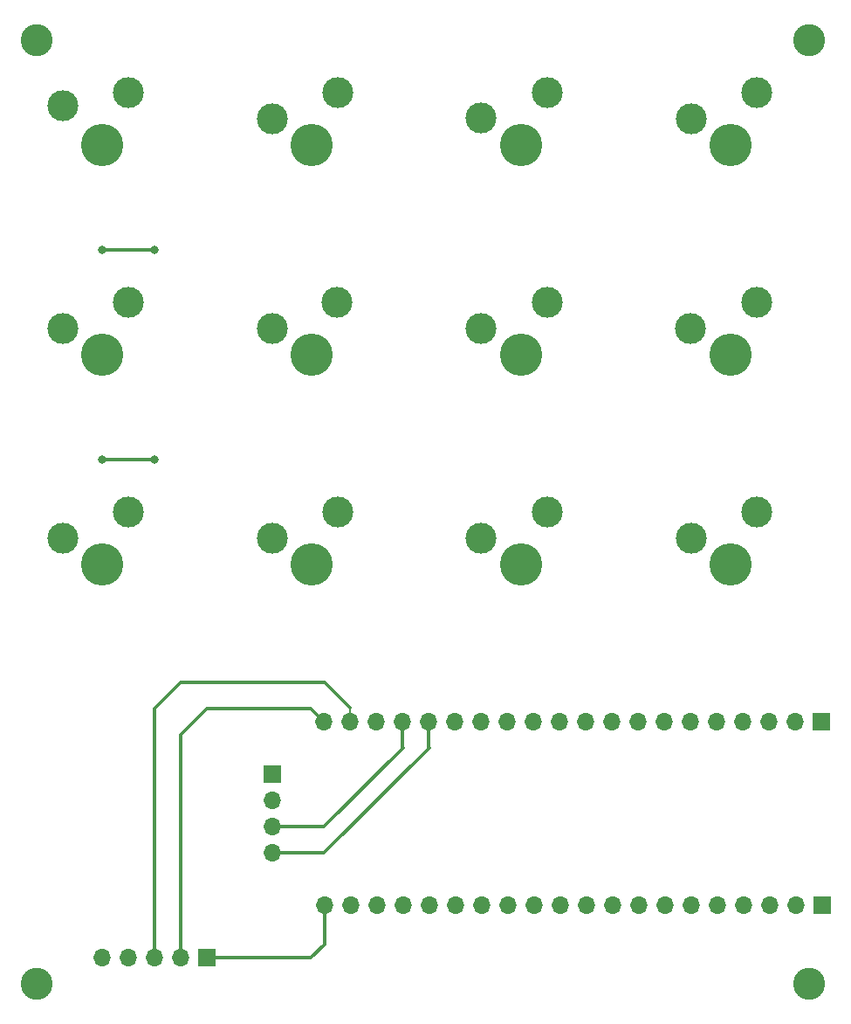
<source format=gbr>
%TF.GenerationSoftware,KiCad,Pcbnew,(6.0.5)*%
%TF.CreationDate,2022-05-29T20:54:02+08:00*%
%TF.ProjectId,keyboard,6b657962-6f61-4726-942e-6b696361645f,rev?*%
%TF.SameCoordinates,Original*%
%TF.FileFunction,Copper,L1,Top*%
%TF.FilePolarity,Positive*%
%FSLAX46Y46*%
G04 Gerber Fmt 4.6, Leading zero omitted, Abs format (unit mm)*
G04 Created by KiCad (PCBNEW (6.0.5)) date 2022-05-29 20:54:02*
%MOMM*%
%LPD*%
G01*
G04 APERTURE LIST*
%TA.AperFunction,ComponentPad*%
%ADD10C,3.000000*%
%TD*%
%TA.AperFunction,ComponentPad*%
%ADD11R,1.700000X1.700000*%
%TD*%
%TA.AperFunction,ComponentPad*%
%ADD12O,1.700000X1.700000*%
%TD*%
%TA.AperFunction,ViaPad*%
%ADD13C,3.100000*%
%TD*%
%TA.AperFunction,ViaPad*%
%ADD14C,0.800000*%
%TD*%
%TA.AperFunction,ViaPad*%
%ADD15C,4.100000*%
%TD*%
%TA.AperFunction,Conductor*%
%ADD16C,0.304800*%
%TD*%
%TA.AperFunction,Conductor*%
%ADD17C,0.200000*%
%TD*%
G04 APERTURE END LIST*
D10*
%TO.P,,1*%
%TO.N,N/C*%
X100316608Y-79988890D03*
%TD*%
%TO.P,,1*%
%TO.N,N/C*%
X106680000Y-57150000D03*
%TD*%
%TO.P,,1*%
%TO.N,N/C*%
X127000000Y-77470000D03*
%TD*%
%TO.P,,1*%
%TO.N,N/C*%
X86360000Y-57150000D03*
%TD*%
%TO.P,,1*%
%TO.N,N/C*%
X120650000Y-59690000D03*
%TD*%
D11*
%TO.P,REF\u002A\u002A,1*%
%TO.N,N/C*%
X133350000Y-135915000D03*
D12*
%TO.P,REF\u002A\u002A,2*%
X130810000Y-135915000D03*
%TO.P,REF\u002A\u002A,3*%
X128270000Y-135915000D03*
%TO.P,REF\u002A\u002A,4*%
X125730000Y-135915000D03*
%TO.P,REF\u002A\u002A,5*%
X123190000Y-135915000D03*
%TO.P,REF\u002A\u002A,6*%
X120650000Y-135915000D03*
%TO.P,REF\u002A\u002A,7*%
X118110000Y-135915000D03*
%TO.P,REF\u002A\u002A,8*%
X115570000Y-135915000D03*
%TO.P,REF\u002A\u002A,9*%
X113030000Y-135915000D03*
%TO.P,REF\u002A\u002A,10*%
X110490000Y-135915000D03*
%TO.P,REF\u002A\u002A,11*%
X107950000Y-135915000D03*
%TO.P,REF\u002A\u002A,12*%
X105410000Y-135915000D03*
%TO.P,REF\u002A\u002A,13*%
X102870000Y-135915000D03*
%TO.P,REF\u002A\u002A,14*%
X100330000Y-135915000D03*
%TO.P,REF\u002A\u002A,15*%
X97790000Y-135915000D03*
%TO.P,REF\u002A\u002A,16*%
X95250000Y-135915000D03*
%TO.P,REF\u002A\u002A,17*%
X92710000Y-135915000D03*
%TO.P,REF\u002A\u002A,18*%
X90170000Y-135915000D03*
%TO.P,REF\u002A\u002A,19*%
X87630000Y-135915000D03*
%TO.P,REF\u002A\u002A,20*%
X85090000Y-135915000D03*
%TD*%
D10*
%TO.P,,1*%
%TO.N,N/C*%
X80010000Y-80010000D03*
%TD*%
%TO.P,,1*%
%TO.N,N/C*%
X80010000Y-59690000D03*
%TD*%
%TO.P,,1*%
%TO.N,N/C*%
X100316608Y-59659281D03*
%TD*%
%TO.P,,1*%
%TO.N,N/C*%
X59690000Y-58420000D03*
%TD*%
%TO.P,,1*%
%TO.N,N/C*%
X120650000Y-100330000D03*
%TD*%
%TO.P,,1*%
%TO.N,N/C*%
X100316608Y-100318499D03*
%TD*%
%TO.P,,1*%
%TO.N,N/C*%
X66040000Y-77470000D03*
%TD*%
%TO.P,,1*%
%TO.N,N/C*%
X86360000Y-97790000D03*
%TD*%
%TO.P,,1*%
%TO.N,N/C*%
X66040000Y-97790000D03*
%TD*%
%TO.P,,1*%
%TO.N,N/C*%
X86340782Y-77460391D03*
%TD*%
%TO.P,,1*%
%TO.N,N/C*%
X80010000Y-100330000D03*
%TD*%
%TO.P,,1*%
%TO.N,N/C*%
X106680000Y-97790000D03*
%TD*%
%TO.P,,1*%
%TO.N,N/C*%
X59690000Y-80010000D03*
%TD*%
D11*
%TO.P,REF\u002A\u002A,1*%
%TO.N,N/C*%
X133320000Y-118135000D03*
D12*
%TO.P,REF\u002A\u002A,2*%
X130780000Y-118135000D03*
%TO.P,REF\u002A\u002A,3*%
X128240000Y-118135000D03*
%TO.P,REF\u002A\u002A,4*%
X125700000Y-118135000D03*
%TO.P,REF\u002A\u002A,5*%
X123160000Y-118135000D03*
%TO.P,REF\u002A\u002A,6*%
X120620000Y-118135000D03*
%TO.P,REF\u002A\u002A,7*%
X118080000Y-118135000D03*
%TO.P,REF\u002A\u002A,8*%
X115540000Y-118135000D03*
%TO.P,REF\u002A\u002A,9*%
X113000000Y-118135000D03*
%TO.P,REF\u002A\u002A,10*%
X110460000Y-118135000D03*
%TO.P,REF\u002A\u002A,11*%
X107920000Y-118135000D03*
%TO.P,REF\u002A\u002A,12*%
X105380000Y-118135000D03*
%TO.P,REF\u002A\u002A,13*%
X102840000Y-118135000D03*
%TO.P,REF\u002A\u002A,14*%
X100300000Y-118135000D03*
%TO.P,REF\u002A\u002A,15*%
X97760000Y-118135000D03*
%TO.P,REF\u002A\u002A,16*%
X95220000Y-118135000D03*
%TO.P,REF\u002A\u002A,17*%
X92680000Y-118135000D03*
%TO.P,REF\u002A\u002A,18*%
X90140000Y-118135000D03*
%TO.P,REF\u002A\u002A,19*%
X87600000Y-118135000D03*
%TO.P,REF\u002A\u002A,20*%
X85060000Y-118135000D03*
%TD*%
D10*
%TO.P,,1*%
%TO.N,N/C*%
X106680000Y-77470000D03*
%TD*%
%TO.P,,1*%
%TO.N,N/C*%
X127000000Y-97790000D03*
%TD*%
%TO.P,,1*%
%TO.N,N/C*%
X120646217Y-79988890D03*
%TD*%
D11*
%TO.P,REF\u002A\u002A,1*%
%TO.N,N/C*%
X73660000Y-140995000D03*
D12*
%TO.P,REF\u002A\u002A,2*%
X71120000Y-140995000D03*
%TO.P,REF\u002A\u002A,3*%
X68580000Y-140995000D03*
%TO.P,REF\u002A\u002A,4*%
X66040000Y-140995000D03*
%TO.P,REF\u002A\u002A,5*%
X63500000Y-140995000D03*
%TD*%
D10*
%TO.P,,1*%
%TO.N,N/C*%
X66040000Y-57150000D03*
%TD*%
%TO.P,,1*%
%TO.N,N/C*%
X59690000Y-100330000D03*
%TD*%
%TO.P,,1*%
%TO.N,N/C*%
X127000000Y-57150000D03*
%TD*%
D11*
%TO.P,REF\u002A\u002A,1*%
%TO.N,N/C*%
X80010000Y-123200000D03*
D12*
%TO.P,REF\u002A\u002A,2*%
X80010000Y-125740000D03*
%TO.P,REF\u002A\u002A,3*%
X80010000Y-128280000D03*
%TO.P,REF\u002A\u002A,4*%
X80010000Y-130820000D03*
%TD*%
D13*
%TO.N,*%
X132080000Y-143510000D03*
X57150000Y-143510000D03*
X57150000Y-52070000D03*
X132080000Y-52070000D03*
D14*
X63500000Y-92710000D03*
X63500000Y-72390000D03*
X68580000Y-72390000D03*
X68580000Y-92710000D03*
D15*
X83820000Y-82550000D03*
X124460000Y-82550000D03*
X104140000Y-102870000D03*
X83820000Y-102870000D03*
X63500000Y-82550000D03*
X124460000Y-62230000D03*
X83820000Y-62230000D03*
X63500000Y-102870000D03*
X104140000Y-82550000D03*
X124460000Y-102870000D03*
X63500000Y-62230000D03*
X104140000Y-62230000D03*
%TD*%
D16*
%TO.N,*%
X85090000Y-139700000D02*
X85090000Y-135915000D01*
X83795000Y-140995000D02*
X85090000Y-139700000D01*
X73660000Y-140995000D02*
X83795000Y-140995000D01*
X71120000Y-119380000D02*
X71120000Y-140995000D01*
X83765000Y-116840000D02*
X73660000Y-116840000D01*
X73660000Y-116840000D02*
X71120000Y-119380000D01*
X85060000Y-118135000D02*
X83765000Y-116840000D01*
X68580000Y-116840000D02*
X68580000Y-140995000D01*
X85090000Y-114300000D02*
X71120000Y-114300000D01*
X71120000Y-114300000D02*
X68580000Y-116840000D01*
X87600000Y-116810000D02*
X85090000Y-114300000D01*
D17*
X87600000Y-118135000D02*
X87600000Y-116810000D01*
D16*
X95220000Y-120620000D02*
X95220000Y-118135000D01*
D17*
X95250000Y-120650000D02*
X95220000Y-120620000D01*
D16*
X85080000Y-130820000D02*
X95250000Y-120650000D01*
X80010000Y-130820000D02*
X85080000Y-130820000D01*
X92680000Y-120620000D02*
X92680000Y-118135000D01*
D17*
X92710000Y-120650000D02*
X92680000Y-120620000D01*
D16*
X85080000Y-128280000D02*
X92710000Y-120650000D01*
X80010000Y-128280000D02*
X85080000Y-128280000D01*
X63500000Y-92710000D02*
X68580000Y-92710000D01*
X63500000Y-72390000D02*
X68580000Y-72390000D01*
%TD*%
M02*

</source>
